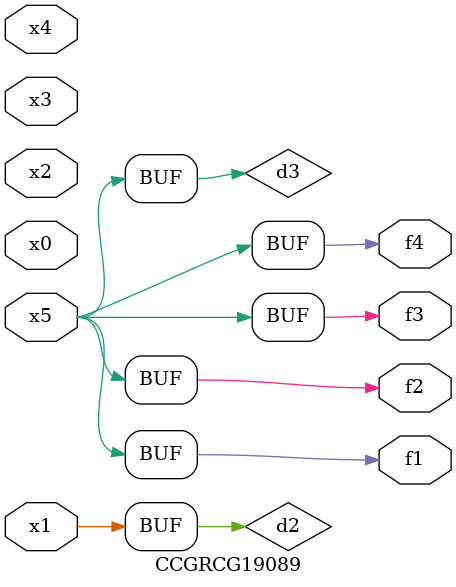
<source format=v>
module CCGRCG19089(
	input x0, x1, x2, x3, x4, x5,
	output f1, f2, f3, f4
);

	wire d1, d2, d3;

	not (d1, x5);
	or (d2, x1);
	xnor (d3, d1);
	assign f1 = d3;
	assign f2 = d3;
	assign f3 = d3;
	assign f4 = d3;
endmodule

</source>
